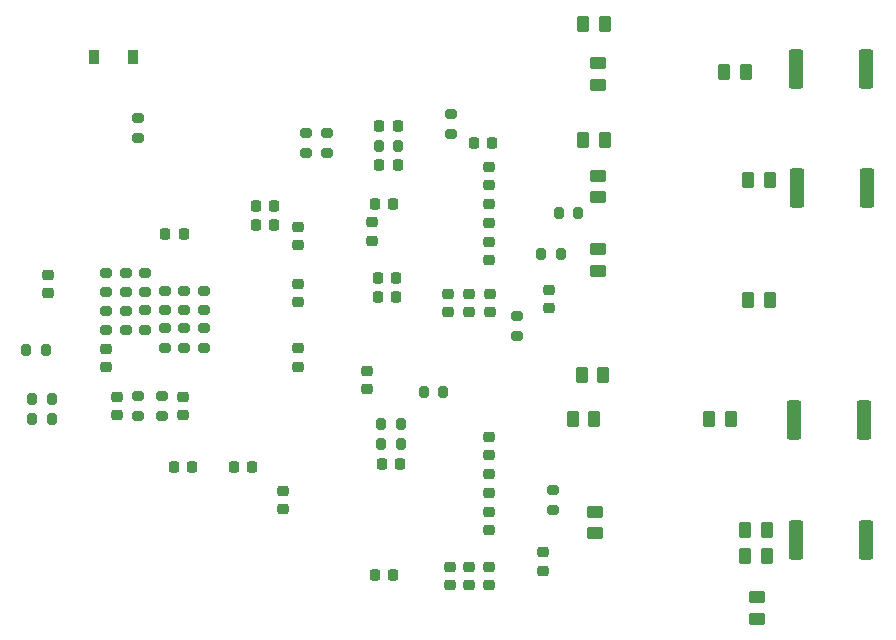
<source format=gbr>
%TF.GenerationSoftware,KiCad,Pcbnew,(6.0.10)*%
%TF.CreationDate,2023-01-28T14:49:13-05:00*%
%TF.ProjectId,electrium-esc,656c6563-7472-4697-956d-2d6573632e6b,rev?*%
%TF.SameCoordinates,Original*%
%TF.FileFunction,Paste,Bot*%
%TF.FilePolarity,Positive*%
%FSLAX46Y46*%
G04 Gerber Fmt 4.6, Leading zero omitted, Abs format (unit mm)*
G04 Created by KiCad (PCBNEW (6.0.10)) date 2023-01-28 14:49:13*
%MOMM*%
%LPD*%
G01*
G04 APERTURE LIST*
G04 Aperture macros list*
%AMRoundRect*
0 Rectangle with rounded corners*
0 $1 Rounding radius*
0 $2 $3 $4 $5 $6 $7 $8 $9 X,Y pos of 4 corners*
0 Add a 4 corners polygon primitive as box body*
4,1,4,$2,$3,$4,$5,$6,$7,$8,$9,$2,$3,0*
0 Add four circle primitives for the rounded corners*
1,1,$1+$1,$2,$3*
1,1,$1+$1,$4,$5*
1,1,$1+$1,$6,$7*
1,1,$1+$1,$8,$9*
0 Add four rect primitives between the rounded corners*
20,1,$1+$1,$2,$3,$4,$5,0*
20,1,$1+$1,$4,$5,$6,$7,0*
20,1,$1+$1,$6,$7,$8,$9,0*
20,1,$1+$1,$8,$9,$2,$3,0*%
G04 Aperture macros list end*
%ADD10RoundRect,0.250000X0.362500X1.425000X-0.362500X1.425000X-0.362500X-1.425000X0.362500X-1.425000X0*%
%ADD11RoundRect,0.225000X0.250000X-0.225000X0.250000X0.225000X-0.250000X0.225000X-0.250000X-0.225000X0*%
%ADD12RoundRect,0.225000X0.225000X0.250000X-0.225000X0.250000X-0.225000X-0.250000X0.225000X-0.250000X0*%
%ADD13RoundRect,0.225000X-0.225000X-0.250000X0.225000X-0.250000X0.225000X0.250000X-0.225000X0.250000X0*%
%ADD14RoundRect,0.250000X0.262500X0.450000X-0.262500X0.450000X-0.262500X-0.450000X0.262500X-0.450000X0*%
%ADD15RoundRect,0.200000X-0.275000X0.200000X-0.275000X-0.200000X0.275000X-0.200000X0.275000X0.200000X0*%
%ADD16RoundRect,0.200000X0.275000X-0.200000X0.275000X0.200000X-0.275000X0.200000X-0.275000X-0.200000X0*%
%ADD17RoundRect,0.200000X-0.200000X-0.275000X0.200000X-0.275000X0.200000X0.275000X-0.200000X0.275000X0*%
%ADD18RoundRect,0.250000X-0.450000X0.262500X-0.450000X-0.262500X0.450000X-0.262500X0.450000X0.262500X0*%
%ADD19RoundRect,0.200000X0.200000X0.275000X-0.200000X0.275000X-0.200000X-0.275000X0.200000X-0.275000X0*%
%ADD20RoundRect,0.250000X0.450000X-0.262500X0.450000X0.262500X-0.450000X0.262500X-0.450000X-0.262500X0*%
%ADD21RoundRect,0.225000X-0.250000X0.225000X-0.250000X-0.225000X0.250000X-0.225000X0.250000X0.225000X0*%
%ADD22RoundRect,0.250000X-0.262500X-0.450000X0.262500X-0.450000X0.262500X0.450000X-0.262500X0.450000X0*%
%ADD23R,0.900000X1.200000*%
G04 APERTURE END LIST*
D10*
%TO.C,R61*%
X180127500Y-85217000D03*
X174202500Y-85217000D03*
%TD*%
%TO.C,R60*%
X180254500Y-95377000D03*
X174329500Y-95377000D03*
%TD*%
%TO.C,R59*%
X180254500Y-55499000D03*
X174329500Y-55499000D03*
%TD*%
%TO.C,R58*%
X180381500Y-65532000D03*
X174456500Y-65532000D03*
%TD*%
D11*
%TO.C,C3*%
X110998000Y-74435000D03*
X110998000Y-72885000D03*
%TD*%
D12*
%TO.C,C62*%
X140221000Y-98298000D03*
X138671000Y-98298000D03*
%TD*%
D13*
%TO.C,C12*%
X126733000Y-89154000D03*
X128283000Y-89154000D03*
%TD*%
D14*
%TO.C,R39*%
X172108500Y-75057000D03*
X170283500Y-75057000D03*
%TD*%
D12*
%TO.C,C8*%
X122491800Y-69392800D03*
X120941800Y-69392800D03*
%TD*%
D15*
%TO.C,R66*%
X118618000Y-59627000D03*
X118618000Y-61277000D03*
%TD*%
D14*
%TO.C,R38*%
X172108500Y-64897000D03*
X170283500Y-64897000D03*
%TD*%
D13*
%TO.C,C60*%
X139280600Y-88900000D03*
X140830600Y-88900000D03*
%TD*%
D11*
%TO.C,C39*%
X138430000Y-69990000D03*
X138430000Y-68440000D03*
%TD*%
%TO.C,C26*%
X146685000Y-76073000D03*
X146685000Y-74523000D03*
%TD*%
%TO.C,C77*%
X122478800Y-84785200D03*
X122478800Y-83235200D03*
%TD*%
D16*
%TO.C,R11*%
X115951000Y-77598000D03*
X115951000Y-75948000D03*
%TD*%
D13*
%TO.C,C11*%
X121653000Y-89154000D03*
X123203000Y-89154000D03*
%TD*%
D11*
%TO.C,C69*%
X146685000Y-99187000D03*
X146685000Y-97637000D03*
%TD*%
D17*
%TO.C,R65*%
X109157000Y-79248000D03*
X110807000Y-79248000D03*
%TD*%
D16*
%TO.C,R72*%
X120700800Y-84835200D03*
X120700800Y-83185200D03*
%TD*%
D15*
%TO.C,R29*%
X122555000Y-74232000D03*
X122555000Y-75882000D03*
%TD*%
D18*
%TO.C,R51*%
X171069000Y-100179500D03*
X171069000Y-102004500D03*
%TD*%
D19*
%TO.C,R10*%
X155892000Y-67691000D03*
X154242000Y-67691000D03*
%TD*%
D16*
%TO.C,R13*%
X117602000Y-77597000D03*
X117602000Y-75947000D03*
%TD*%
D20*
%TO.C,R42*%
X157607000Y-72540500D03*
X157607000Y-70715500D03*
%TD*%
D21*
%TO.C,C40*%
X148336000Y-70091000D03*
X148336000Y-71641000D03*
%TD*%
D17*
%TO.C,R64*%
X109687382Y-85090000D03*
X111337382Y-85090000D03*
%TD*%
D21*
%TO.C,C13*%
X130937000Y-91173000D03*
X130937000Y-92723000D03*
%TD*%
%TO.C,C63*%
X148336000Y-92951000D03*
X148336000Y-94501000D03*
%TD*%
D22*
%TO.C,R34*%
X156313500Y-51633000D03*
X158138500Y-51633000D03*
%TD*%
D16*
%TO.C,R71*%
X118668800Y-84835200D03*
X118668800Y-83185200D03*
%TD*%
D18*
%TO.C,R40*%
X157607000Y-54967500D03*
X157607000Y-56792500D03*
%TD*%
D19*
%TO.C,R2*%
X140652000Y-61976000D03*
X139002000Y-61976000D03*
%TD*%
D11*
%TO.C,C27*%
X148463000Y-76073000D03*
X148463000Y-74523000D03*
%TD*%
D21*
%TO.C,C36*%
X148336000Y-63754000D03*
X148336000Y-65304000D03*
%TD*%
D16*
%TO.C,R17*%
X119253000Y-77533000D03*
X119253000Y-75883000D03*
%TD*%
D17*
%TO.C,R19*%
X142812000Y-82804000D03*
X144462000Y-82804000D03*
%TD*%
D16*
%TO.C,R56*%
X132842000Y-62547000D03*
X132842000Y-60897000D03*
%TD*%
%TO.C,R8*%
X115951000Y-74359000D03*
X115951000Y-72709000D03*
%TD*%
D11*
%TO.C,C68*%
X145034000Y-99187000D03*
X145034000Y-97637000D03*
%TD*%
D16*
%TO.C,R15*%
X119253000Y-74358000D03*
X119253000Y-72708000D03*
%TD*%
D14*
%TO.C,R49*%
X157249500Y-85090000D03*
X155424500Y-85090000D03*
%TD*%
%TO.C,R47*%
X171854500Y-94488000D03*
X170029500Y-94488000D03*
%TD*%
D23*
%TO.C,D4*%
X114936000Y-54483000D03*
X118236000Y-54483000D03*
%TD*%
D21*
%TO.C,C16*%
X132207000Y-68821000D03*
X132207000Y-70371000D03*
%TD*%
%TO.C,C59*%
X148336000Y-86614000D03*
X148336000Y-88164000D03*
%TD*%
D14*
%TO.C,R48*%
X171854500Y-96718000D03*
X170029500Y-96718000D03*
%TD*%
D21*
%TO.C,C65*%
X152908000Y-96380000D03*
X152908000Y-97930000D03*
%TD*%
D15*
%TO.C,R33*%
X120904000Y-74232000D03*
X120904000Y-75882000D03*
%TD*%
D21*
%TO.C,C14*%
X132207000Y-79108000D03*
X132207000Y-80658000D03*
%TD*%
D13*
%TO.C,C43*%
X138925000Y-73152000D03*
X140475000Y-73152000D03*
%TD*%
D19*
%TO.C,R22*%
X140880600Y-85496400D03*
X139230600Y-85496400D03*
%TD*%
D13*
%TO.C,C37*%
X138671000Y-66929000D03*
X140221000Y-66929000D03*
%TD*%
D11*
%TO.C,C70*%
X148336000Y-99187000D03*
X148336000Y-97637000D03*
%TD*%
D21*
%TO.C,C61*%
X148336000Y-89789000D03*
X148336000Y-91339000D03*
%TD*%
D16*
%TO.C,R12*%
X117602000Y-74359000D03*
X117602000Y-72709000D03*
%TD*%
D11*
%TO.C,C25*%
X144907000Y-76060000D03*
X144907000Y-74510000D03*
%TD*%
D12*
%TO.C,C22*%
X130188000Y-68707000D03*
X128638000Y-68707000D03*
%TD*%
D15*
%TO.C,R31*%
X120904000Y-77407000D03*
X120904000Y-79057000D03*
%TD*%
%TO.C,R28*%
X122555000Y-77407000D03*
X122555000Y-79057000D03*
%TD*%
D12*
%TO.C,C44*%
X140475000Y-74777600D03*
X138925000Y-74777600D03*
%TD*%
D15*
%TO.C,R24*%
X124206000Y-77407000D03*
X124206000Y-79057000D03*
%TD*%
D12*
%TO.C,C34*%
X148603000Y-61722000D03*
X147053000Y-61722000D03*
%TD*%
D15*
%TO.C,R27*%
X124206000Y-74232000D03*
X124206000Y-75882000D03*
%TD*%
D18*
%TO.C,R41*%
X157607000Y-64492500D03*
X157607000Y-66317500D03*
%TD*%
D15*
%TO.C,R26*%
X153797000Y-91123000D03*
X153797000Y-92773000D03*
%TD*%
D13*
%TO.C,C31*%
X139067904Y-60325000D03*
X140617904Y-60325000D03*
%TD*%
D12*
%TO.C,C21*%
X130188000Y-67056000D03*
X128638000Y-67056000D03*
%TD*%
D17*
%TO.C,R23*%
X139230600Y-87172800D03*
X140880600Y-87172800D03*
%TD*%
D19*
%TO.C,R9*%
X154444200Y-71120000D03*
X152794200Y-71120000D03*
%TD*%
D16*
%TO.C,R5*%
X145161000Y-60960000D03*
X145161000Y-59310000D03*
%TD*%
D21*
%TO.C,C20*%
X115951000Y-79172000D03*
X115951000Y-80722000D03*
%TD*%
D22*
%TO.C,R46*%
X166981500Y-85090000D03*
X168806500Y-85090000D03*
%TD*%
D11*
%TO.C,C76*%
X116890800Y-84785200D03*
X116890800Y-83235200D03*
%TD*%
D22*
%TO.C,R37*%
X168251500Y-55753000D03*
X170076500Y-55753000D03*
%TD*%
D21*
%TO.C,C55*%
X138049000Y-81013000D03*
X138049000Y-82563000D03*
%TD*%
D22*
%TO.C,R43*%
X156186500Y-81407000D03*
X158011500Y-81407000D03*
%TD*%
D21*
%TO.C,C38*%
X148336000Y-66929000D03*
X148336000Y-68479000D03*
%TD*%
%TO.C,C15*%
X132207000Y-73647000D03*
X132207000Y-75197000D03*
%TD*%
%TO.C,C42*%
X153466800Y-74167400D03*
X153466800Y-75717400D03*
%TD*%
D14*
%TO.C,R35*%
X158138500Y-61468000D03*
X156313500Y-61468000D03*
%TD*%
D17*
%TO.C,R63*%
X109687382Y-83439000D03*
X111337382Y-83439000D03*
%TD*%
D16*
%TO.C,R16*%
X150749000Y-78041000D03*
X150749000Y-76391000D03*
%TD*%
%TO.C,R55*%
X134620000Y-62547000D03*
X134620000Y-60897000D03*
%TD*%
D13*
%TO.C,C32*%
X139067904Y-63627000D03*
X140617904Y-63627000D03*
%TD*%
D18*
%TO.C,R50*%
X157353000Y-92964000D03*
X157353000Y-94789000D03*
%TD*%
M02*

</source>
